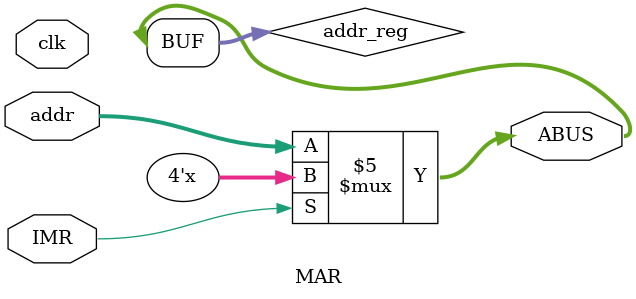
<source format=v>
`timescale 1ns / 1ps


module MAR(
input clk,IMR,
input [3:0]addr,
output [3:0] ABUS
    );
reg [3:0]addr_reg=0;
assign ABUS=addr_reg;
always@(*)
begin
if(!IMR)
begin addr_reg=addr; end
end
endmodule

</source>
